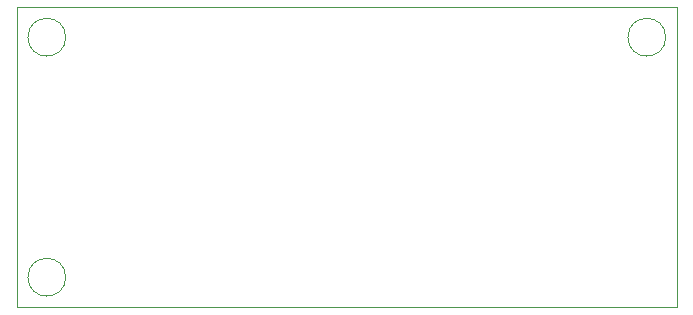
<source format=gbr>
%TF.GenerationSoftware,KiCad,Pcbnew,8.0.6*%
%TF.CreationDate,2025-02-01T10:00:46+01:00*%
%TF.ProjectId,Optoisolatore_K40_1.0,4f70746f-6973-46f6-9c61-746f72655f4b,rev?*%
%TF.SameCoordinates,Original*%
%TF.FileFunction,Profile,NP*%
%FSLAX46Y46*%
G04 Gerber Fmt 4.6, Leading zero omitted, Abs format (unit mm)*
G04 Created by KiCad (PCBNEW 8.0.6) date 2025-02-01 10:00:46*
%MOMM*%
%LPD*%
G01*
G04 APERTURE LIST*
%TA.AperFunction,Profile*%
%ADD10C,0.050000*%
%TD*%
G04 APERTURE END LIST*
D10*
X114300000Y-73660000D02*
X170180000Y-73660000D01*
X170180000Y-99060000D01*
X114300000Y-99060000D01*
X114300000Y-73660000D01*
X118440000Y-76200000D02*
G75*
G02*
X115240000Y-76200000I-1600000J0D01*
G01*
X115240000Y-76200000D02*
G75*
G02*
X118440000Y-76200000I1600000J0D01*
G01*
X169240000Y-76200000D02*
G75*
G02*
X166040000Y-76200000I-1600000J0D01*
G01*
X166040000Y-76200000D02*
G75*
G02*
X169240000Y-76200000I1600000J0D01*
G01*
X118440000Y-96520000D02*
G75*
G02*
X115240000Y-96520000I-1600000J0D01*
G01*
X115240000Y-96520000D02*
G75*
G02*
X118440000Y-96520000I1600000J0D01*
G01*
M02*

</source>
